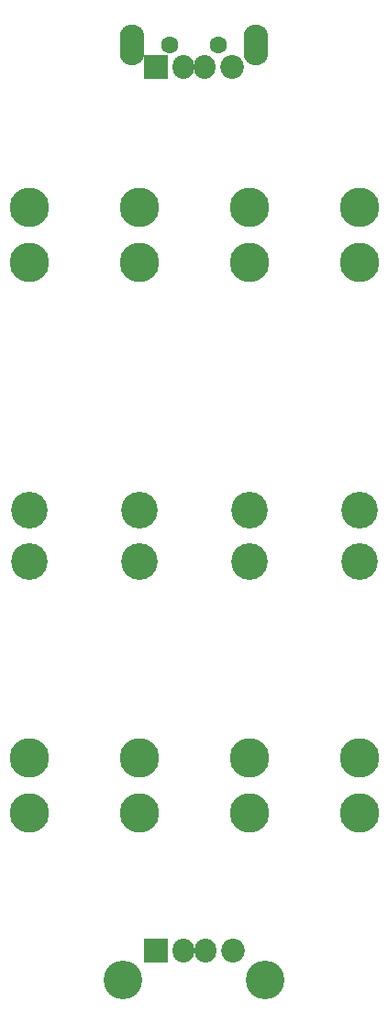
<source format=gts>
%FSLAX34Y34*%
G04 Gerber Fmt 3.4, Leading zero omitted, Abs format*
G04 (created by PCBNEW (2014-04-11 BZR 4798)-product) date 21/04/2014 04:41:56*
%MOIN*%
G01*
G70*
G90*
G04 APERTURE LIST*
%ADD10C,0.005906*%
%ADD11R,0.086200X0.086200*%
%ADD12O,0.079100X0.086200*%
%ADD13C,0.086200*%
%ADD14O,0.089400X0.148400*%
%ADD15C,0.063300*%
%ADD16C,0.133000*%
%ADD17C,0.143000*%
%ADD18C,0.140600*%
G04 APERTURE END LIST*
G54D10*
G54D11*
X10622Y35100D03*
G54D12*
X11606Y35100D03*
X12394Y35100D03*
G54D13*
X13378Y35100D03*
G54D14*
X9756Y35927D03*
X14244Y35927D03*
G54D15*
X11114Y35927D03*
X12886Y35927D03*
G54D16*
X6000Y19000D03*
X6000Y17150D03*
X18000Y19000D03*
X18000Y17150D03*
X14000Y19000D03*
X14000Y17150D03*
X10000Y19000D03*
X10000Y17150D03*
G54D17*
X14000Y8000D03*
X14000Y10000D03*
X6000Y28000D03*
X6000Y30000D03*
X18000Y8000D03*
X18000Y10000D03*
X10000Y8000D03*
X10000Y10000D03*
X18000Y28000D03*
X18000Y30000D03*
X14000Y28000D03*
X14000Y30000D03*
X10000Y28000D03*
X10000Y30000D03*
X6000Y8000D03*
X6000Y10000D03*
G54D13*
X13400Y3000D03*
G54D12*
X12400Y3000D03*
X11600Y3000D03*
G54D11*
X10600Y3000D03*
G54D18*
X14587Y1933D03*
X9413Y1933D03*
M02*

</source>
